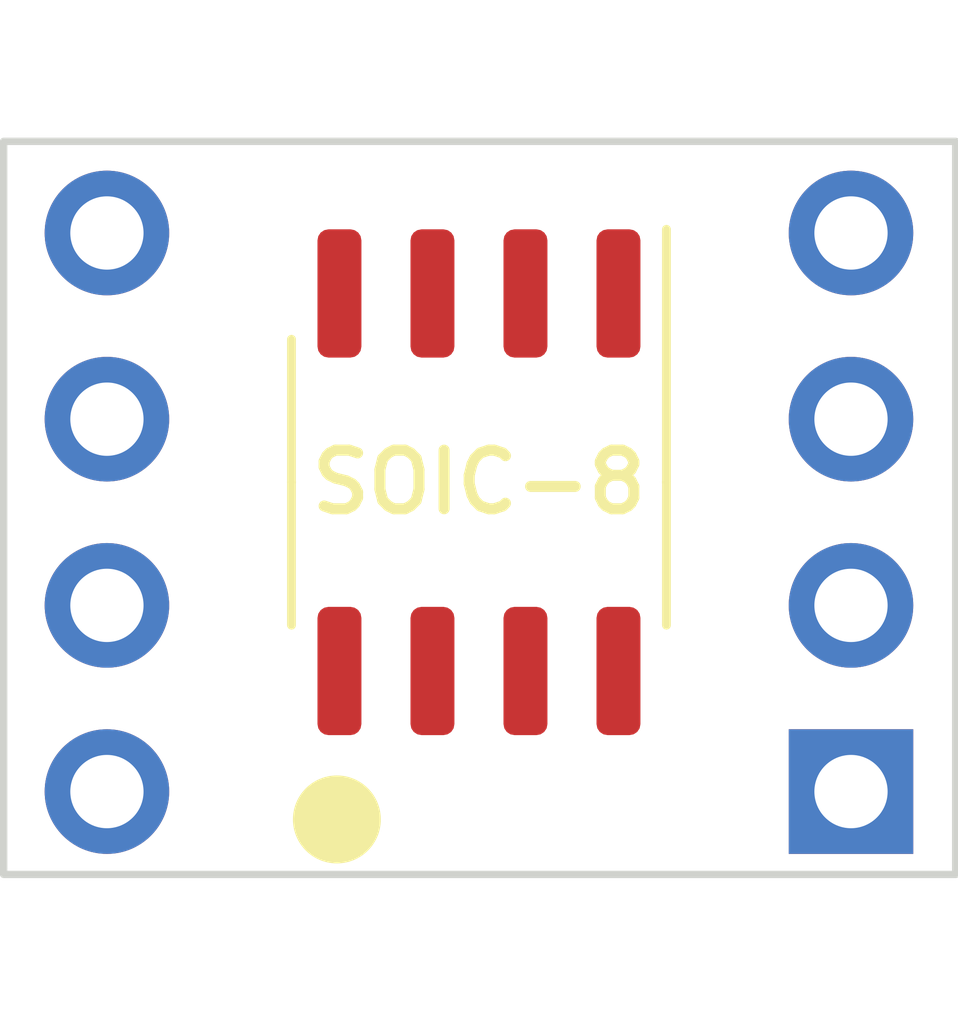
<source format=kicad_pcb>
(kicad_pcb (version 20211014) (generator pcbnew)
  (layers (0 "F.Cu" signal) (31 "B.Cu" signal) (34 "B.Paste" user) (35 "F.Paste" user) (36 "B.SilkS" user "B.Silkscreen") (37 "F.SilkS" user "F.Silkscreen") (38 "B.Mask" user) (39 "F.Mask" user) (44 "Edge.Cuts" user))
  (net 0 "")
  (net 1 "Net-(J1-Pad1)")
  (net 2 "Net-(J1-Pad2)")
  (net 3 "Net-(J1-Pad3)")
  (net 4 "Net-(J1-Pad4)")
  (net 5 "Net-(J2-Pad1)")
  (net 6 "Net-(J2-Pad2)")
  (net 7 "Net-(J2-Pad3)")
  (net 8 "Net-(J2-Pad4)")
  (footprint "Package_SO:SO-8_3.9x4.9mm_P1.27mm" (layer "F.Cu") (at 142.24 88.9 -90)
    (fp_text reference "U1" hide)
    (fp_text value "SOIC-8")
    (fp_line (start 0 -2.56) (end 1.95 -2.56) (layer "F.SilkS") (width 0.12))
    (fp_line (start 0 -2.56) (end -3.45 -2.56) (layer "F.SilkS") (width 0.12))
    (fp_line (start 0 2.56) (end 1.95 2.56) (layer "F.SilkS") (width 0.12))
    (fp_line (start 0 2.56) (end -1.95 2.56) (layer "F.SilkS") (width 0.12))
    (pad "1" smd roundrect (at -2.575 -1.905 270) (size 1.75 0.6) (layers "F.Cu" "F.Paste" "F.Mask") (net 1 "Net-(J1-Pad1)"))
    (pad "2" smd roundrect (at -2.575 -0.635 270) (size 1.75 0.6) (layers "F.Cu" "F.Paste" "F.Mask") (net 2 "Net-(J1-Pad2)"))
    (pad "3" smd roundrect (at -2.575 0.635 270) (size 1.75 0.6) (layers "F.Cu" "F.Paste" "F.Mask") (net 3 "Net-(J1-Pad3)"))
    (pad "4" smd roundrect (at -2.575 1.905 270) (size 1.75 0.6) (layers "F.Cu" "F.Paste" "F.Mask") (net 4 "Net-(J1-Pad4)"))
    (pad "5" smd roundrect (at 2.575 1.905 270) (size 1.75 0.6) (layers "F.Cu" "F.Paste" "F.Mask") (net 5 "Net-(J2-Pad1)"))
    (pad "6" smd roundrect (at 2.575 0.635 270) (size 1.75 0.6) (layers "F.Cu" "F.Paste" "F.Mask") (net 6 "Net-(J2-Pad2)"))
    (pad "7" smd roundrect (at 2.575 -0.635 270) (size 1.75 0.6) (layers "F.Cu" "F.Paste" "F.Mask") (net 7 "Net-(J2-Pad3)"))
    (pad "8" smd roundrect (at 2.575 -1.905 270) (size 1.75 0.6) (layers "F.Cu" "F.Paste" "F.Mask") (net 8 "Net-(J2-Pad4)"))
  )
  (footprint "SOIC8-DIP-Adapter:PinHeader_1x04_P2.54mm_Vertical_NoSilkscreen" (layer "B.Cu") (at 147.32 93.12)
    (fp_text reference "J1")
    (fp_text value "01-04" hide)
    (pad "1" thru_hole rect (at 0 0) (size 1.7 1.7) (drill 1) (layers *.Cu *.Mask) (net 1 "Net-(J1-Pad1)"))
    (pad "2" thru_hole oval (at 0 -2.54) (size 1.7 1.7) (drill 1) (layers *.Cu *.Mask) (net 2 "Net-(J1-Pad2)"))
    (pad "3" thru_hole oval (at 0 -5.08) (size 1.7 1.7) (drill 1) (layers *.Cu *.Mask) (net 3 "Net-(J1-Pad3)"))
    (pad "4" thru_hole oval (at 0 -7.62) (size 1.7 1.7) (drill 1) (layers *.Cu *.Mask) (net 4 "Net-(J1-Pad4)"))
  )
  (footprint "SOIC8-DIP-Adapter:PinHeader_1x04_P2.54mm_Vertical_NoSilkscreen_AllRound" (layer "B.Cu") (at 137.16 85.5 180)
    (fp_text reference "J2")
    (fp_text value "05-08" hide)
    (pad "1" thru_hole circle (at 0 0 180) (size 1.7 1.7) (drill 1) (layers *.Cu *.Mask) (net 5 "Net-(J2-Pad1)"))
    (pad "2" thru_hole oval (at 0 -2.54 180) (size 1.7 1.7) (drill 1) (layers *.Cu *.Mask) (net 6 "Net-(J2-Pad2)"))
    (pad "3" thru_hole oval (at 0 -5.08 180) (size 1.7 1.7) (drill 1) (layers *.Cu *.Mask) (net 7 "Net-(J2-Pad3)"))
    (pad "4" thru_hole oval (at 0 -7.62 180) (size 1.7 1.7) (drill 1) (layers *.Cu *.Mask) (net 8 "Net-(J2-Pad4)"))
  )
  (gr_circle (center 140.3 93.5) (end 140.8 93.5) (layer "F.SilkS") (width 0.2) (fill solid))
  (gr_rect (start 135.75 84.25) (end 148.75 94.25) (layer "Edge.Cuts") (width 0.1) (fill none))
  (gr_text "SOIC-8" (at 142.24 88.9) (layer "F.SilkS") (effects (font (size 0.8 0.8))))
)
</source>
